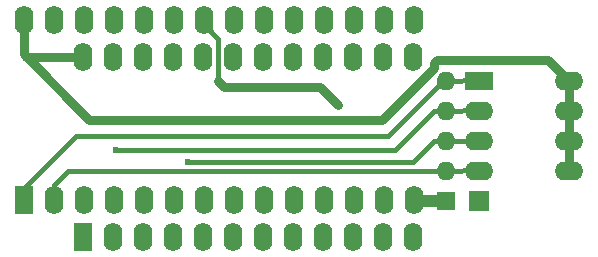
<source format=gtl>
G04 #@! TF.GenerationSoftware,KiCad,Pcbnew,(5.0.0)*
G04 #@! TF.CreationDate,2018-10-17T10:54:46-04:00*
G04 #@! TF.ProjectId,Multi-PET-ROM,4D756C74692D5045542D524F4D2E6B69,rev?*
G04 #@! TF.SameCoordinates,Original*
G04 #@! TF.FileFunction,Copper,L1,Top,Signal*
G04 #@! TF.FilePolarity,Positive*
%FSLAX46Y46*%
G04 Gerber Fmt 4.6, Leading zero omitted, Abs format (unit mm)*
G04 Created by KiCad (PCBNEW (5.0.0)) date 10/17/18 10:54:46*
%MOMM*%
%LPD*%
G01*
G04 APERTURE LIST*
G04 #@! TA.AperFunction,ComponentPad*
%ADD10R,2.400000X1.600000*%
G04 #@! TD*
G04 #@! TA.AperFunction,ComponentPad*
%ADD11O,2.400000X1.600000*%
G04 #@! TD*
G04 #@! TA.AperFunction,ComponentPad*
%ADD12R,1.600000X2.400000*%
G04 #@! TD*
G04 #@! TA.AperFunction,ComponentPad*
%ADD13O,1.600000X2.400000*%
G04 #@! TD*
G04 #@! TA.AperFunction,ComponentPad*
%ADD14R,1.700000X1.700000*%
G04 #@! TD*
G04 #@! TA.AperFunction,ComponentPad*
%ADD15R,1.600000X1.600000*%
G04 #@! TD*
G04 #@! TA.AperFunction,ComponentPad*
%ADD16O,1.600000X1.600000*%
G04 #@! TD*
G04 #@! TA.AperFunction,ViaPad*
%ADD17C,0.600000*%
G04 #@! TD*
G04 #@! TA.AperFunction,Conductor*
%ADD18C,0.750000*%
G04 #@! TD*
G04 #@! TA.AperFunction,Conductor*
%ADD19C,0.500000*%
G04 #@! TD*
G04 #@! TA.AperFunction,Conductor*
%ADD20C,0.400000*%
G04 #@! TD*
G04 #@! TA.AperFunction,Conductor*
%ADD21C,0.300000*%
G04 #@! TD*
G04 #@! TA.AperFunction,Conductor*
%ADD22C,1.000000*%
G04 #@! TD*
G04 APERTURE END LIST*
D10*
G04 #@! TO.P,SW1,1*
G04 #@! TO.N,A15*
X153162000Y-85090000D03*
D11*
G04 #@! TO.P,SW1,5*
G04 #@! TO.N,5V*
X160782000Y-92710000D03*
G04 #@! TO.P,SW1,2*
G04 #@! TO.N,A14*
X153162000Y-87630000D03*
G04 #@! TO.P,SW1,6*
G04 #@! TO.N,5V*
X160782000Y-90170000D03*
G04 #@! TO.P,SW1,3*
G04 #@! TO.N,A13*
X153162000Y-90170000D03*
G04 #@! TO.P,SW1,7*
G04 #@! TO.N,5V*
X160782000Y-87630000D03*
G04 #@! TO.P,SW1,4*
G04 #@! TO.N,A12*
X153162000Y-92710000D03*
G04 #@! TO.P,SW1,8*
G04 #@! TO.N,5V*
X160782000Y-85090000D03*
G04 #@! TD*
D12*
G04 #@! TO.P,U1,1*
G04 #@! TO.N,A7*
X119634000Y-98298000D03*
D13*
G04 #@! TO.P,U1,13*
G04 #@! TO.N,D3*
X147574000Y-83058000D03*
G04 #@! TO.P,U1,2*
G04 #@! TO.N,A6*
X122174000Y-98298000D03*
G04 #@! TO.P,U1,14*
G04 #@! TO.N,D4*
X145034000Y-83058000D03*
G04 #@! TO.P,U1,3*
G04 #@! TO.N,A5*
X124714000Y-98298000D03*
G04 #@! TO.P,U1,15*
G04 #@! TO.N,D5*
X142494000Y-83058000D03*
G04 #@! TO.P,U1,4*
G04 #@! TO.N,A4*
X127254000Y-98298000D03*
G04 #@! TO.P,U1,16*
G04 #@! TO.N,D6*
X139954000Y-83058000D03*
G04 #@! TO.P,U1,5*
G04 #@! TO.N,A3*
X129794000Y-98298000D03*
G04 #@! TO.P,U1,17*
G04 #@! TO.N,D7*
X137414000Y-83058000D03*
G04 #@! TO.P,U1,6*
G04 #@! TO.N,A2*
X132334000Y-98298000D03*
G04 #@! TO.P,U1,18*
G04 #@! TO.N,A11*
X134874000Y-83058000D03*
G04 #@! TO.P,U1,7*
G04 #@! TO.N,A1*
X134874000Y-98298000D03*
G04 #@! TO.P,U1,19*
G04 #@! TO.N,A10*
X132334000Y-83058000D03*
G04 #@! TO.P,U1,8*
G04 #@! TO.N,A0*
X137414000Y-98298000D03*
G04 #@! TO.P,U1,20*
G04 #@! TO.N,~CS*
X129794000Y-83058000D03*
G04 #@! TO.P,U1,9*
G04 #@! TO.N,D0*
X139954000Y-98298000D03*
G04 #@! TO.P,U1,21*
G04 #@! TO.N,N/C*
X127254000Y-83058000D03*
G04 #@! TO.P,U1,10*
G04 #@! TO.N,D1*
X142494000Y-98298000D03*
G04 #@! TO.P,U1,22*
G04 #@! TO.N,A9*
X124714000Y-83058000D03*
G04 #@! TO.P,U1,11*
G04 #@! TO.N,D2*
X145034000Y-98298000D03*
G04 #@! TO.P,U1,23*
G04 #@! TO.N,A8*
X122174000Y-83058000D03*
G04 #@! TO.P,U1,12*
G04 #@! TO.N,GND*
X147574000Y-98298000D03*
G04 #@! TO.P,U1,24*
G04 #@! TO.N,5V*
X119634000Y-83058000D03*
G04 #@! TD*
D12*
G04 #@! TO.P,U2,1*
G04 #@! TO.N,A15*
X114585750Y-95192850D03*
D13*
G04 #@! TO.P,U2,15*
G04 #@! TO.N,D3*
X147605750Y-79952850D03*
G04 #@! TO.P,U2,2*
G04 #@! TO.N,A12*
X117125750Y-95192850D03*
G04 #@! TO.P,U2,16*
G04 #@! TO.N,D4*
X145065750Y-79952850D03*
G04 #@! TO.P,U2,3*
G04 #@! TO.N,A7*
X119665750Y-95192850D03*
G04 #@! TO.P,U2,17*
G04 #@! TO.N,D5*
X142525750Y-79952850D03*
G04 #@! TO.P,U2,4*
G04 #@! TO.N,A6*
X122205750Y-95192850D03*
G04 #@! TO.P,U2,18*
G04 #@! TO.N,D6*
X139985750Y-79952850D03*
G04 #@! TO.P,U2,5*
G04 #@! TO.N,A5*
X124745750Y-95192850D03*
G04 #@! TO.P,U2,19*
G04 #@! TO.N,D7*
X137445750Y-79952850D03*
G04 #@! TO.P,U2,6*
G04 #@! TO.N,A4*
X127285750Y-95192850D03*
G04 #@! TO.P,U2,20*
G04 #@! TO.N,~CS*
X134905750Y-79952850D03*
G04 #@! TO.P,U2,7*
G04 #@! TO.N,A3*
X129825750Y-95192850D03*
G04 #@! TO.P,U2,21*
G04 #@! TO.N,A10*
X132365750Y-79952850D03*
G04 #@! TO.P,U2,8*
G04 #@! TO.N,A2*
X132365750Y-95192850D03*
G04 #@! TO.P,U2,22*
G04 #@! TO.N,GND*
X129825750Y-79952850D03*
G04 #@! TO.P,U2,9*
G04 #@! TO.N,A1*
X134905750Y-95192850D03*
G04 #@! TO.P,U2,23*
G04 #@! TO.N,A11*
X127285750Y-79952850D03*
G04 #@! TO.P,U2,10*
G04 #@! TO.N,A0*
X137445750Y-95192850D03*
G04 #@! TO.P,U2,24*
G04 #@! TO.N,A9*
X124745750Y-79952850D03*
G04 #@! TO.P,U2,11*
G04 #@! TO.N,D0*
X139985750Y-95192850D03*
G04 #@! TO.P,U2,25*
G04 #@! TO.N,A8*
X122205750Y-79952850D03*
G04 #@! TO.P,U2,12*
G04 #@! TO.N,D1*
X142525750Y-95192850D03*
G04 #@! TO.P,U2,26*
G04 #@! TO.N,A13*
X119665750Y-79952850D03*
G04 #@! TO.P,U2,13*
G04 #@! TO.N,D2*
X145065750Y-95192850D03*
G04 #@! TO.P,U2,27*
G04 #@! TO.N,A14*
X117125750Y-79952850D03*
G04 #@! TO.P,U2,14*
G04 #@! TO.N,GND*
X147605750Y-95192850D03*
G04 #@! TO.P,U2,28*
G04 #@! TO.N,5V*
X114585750Y-79952850D03*
G04 #@! TD*
D14*
G04 #@! TO.P,J1,1*
G04 #@! TO.N,5V*
X153162000Y-95250000D03*
G04 #@! TD*
D15*
G04 #@! TO.P,RN1,1*
G04 #@! TO.N,GND*
X150368000Y-95250000D03*
D16*
G04 #@! TO.P,RN1,2*
G04 #@! TO.N,A12*
X150368000Y-92710000D03*
G04 #@! TO.P,RN1,3*
G04 #@! TO.N,A13*
X150368000Y-90170000D03*
G04 #@! TO.P,RN1,4*
G04 #@! TO.N,A14*
X150368000Y-87630000D03*
G04 #@! TO.P,RN1,5*
G04 #@! TO.N,A15*
X150368000Y-85090000D03*
G04 #@! TD*
D17*
G04 #@! TO.N,5V*
X145034000Y-88392000D03*
G04 #@! TO.N,A13*
X128524000Y-91948000D03*
G04 #@! TO.N,A14*
X122428000Y-90932000D03*
G04 #@! TO.N,GND*
X141224000Y-87122000D03*
G04 #@! TD*
D18*
G04 #@! TO.N,5V*
X160782000Y-85090000D02*
X160782000Y-90170000D01*
X160782000Y-90170000D02*
X160782000Y-92710000D01*
X150368000Y-83312000D02*
X159004000Y-83312000D01*
X149606000Y-83312000D02*
X150368000Y-83312000D01*
X149311991Y-83606009D02*
X149606000Y-83312000D01*
X149311991Y-84033991D02*
X149311991Y-83606009D01*
X160782000Y-85090000D02*
X159004000Y-83312000D01*
X149311991Y-84033991D02*
X148255982Y-85090000D01*
X120142000Y-88392000D02*
X144018000Y-88392000D01*
X144018000Y-88392000D02*
X144953982Y-88392000D01*
X120142000Y-88392000D02*
X114585750Y-82835750D01*
X114585750Y-79952850D02*
X114585750Y-82550000D01*
D19*
X114585750Y-82550000D02*
X114585750Y-82835750D01*
D18*
X119634000Y-83058000D02*
X114808000Y-83058000D01*
D19*
X114808000Y-83058000D02*
X114585750Y-82835750D01*
D18*
X144953982Y-88392000D02*
X146009991Y-87335991D01*
X146009991Y-87335991D02*
X148255982Y-85090000D01*
D20*
X145034000Y-88392000D02*
X144953982Y-88392000D01*
G04 #@! TO.N,A13*
X153162000Y-90170000D02*
X150388320Y-90190320D01*
D21*
X150388320Y-90190320D02*
X150374350Y-90204290D01*
D20*
X128524000Y-91948000D02*
X146558000Y-91948000D01*
X150368000Y-90170000D02*
X149352000Y-90170000D01*
X147574000Y-91948000D02*
X146558000Y-91948000D01*
X149352000Y-90170000D02*
X147574000Y-91948000D01*
G04 #@! TO.N,A12*
X150368000Y-92710000D02*
X153141680Y-92689680D01*
D21*
X153141680Y-92689680D02*
X153162000Y-92710000D01*
D20*
X117125750Y-95192850D02*
X117125750Y-93948250D01*
X118364000Y-92710000D02*
X150368000Y-92710000D01*
X117125750Y-93948250D02*
X118364000Y-92710000D01*
G04 #@! TO.N,A15*
X150368000Y-85090000D02*
X153141680Y-85069680D01*
D21*
X153141680Y-85069680D02*
X153162000Y-85090000D01*
D20*
X144653000Y-89789000D02*
X118999000Y-89789000D01*
X114585750Y-95192850D02*
X114585750Y-94202250D01*
X114585750Y-94202250D02*
X118999000Y-89789000D01*
X150368000Y-85090000D02*
X150114000Y-85090000D01*
X150114000Y-85090000D02*
X148844000Y-86360000D01*
X144653000Y-89789000D02*
X145415000Y-89789000D01*
X145415000Y-89789000D02*
X148844000Y-86360000D01*
G04 #@! TO.N,A14*
X150368000Y-87630000D02*
X153141680Y-87609680D01*
D21*
X153141680Y-87609680D02*
X153162000Y-87630000D01*
D20*
X145034000Y-90932000D02*
X125222000Y-90932000D01*
X122428000Y-90932000D02*
X125222000Y-90932000D01*
X150368000Y-87630000D02*
X149352000Y-87630000D01*
X145034000Y-90932000D02*
X146050000Y-90932000D01*
X146050000Y-90932000D02*
X149352000Y-87630000D01*
G04 #@! TO.N,GND*
X129825750Y-79952850D02*
X129825750Y-80295750D01*
X131064000Y-81534000D02*
X131064000Y-85090000D01*
X129825750Y-80295750D02*
X131064000Y-81534000D01*
D22*
X150368000Y-95250000D02*
X147662900Y-95250000D01*
D18*
X147662900Y-95250000D02*
X147605750Y-95192850D01*
X131064000Y-85090000D02*
X131572000Y-85598000D01*
X139700000Y-85598000D02*
X141224000Y-87122000D01*
X131572000Y-85598000D02*
X139700000Y-85598000D01*
G04 #@! TD*
M02*

</source>
